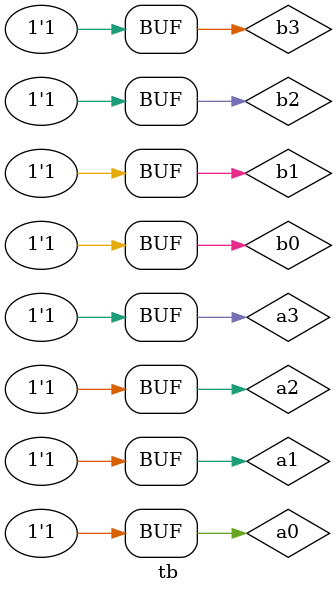
<source format=v>
`timescale 1ns / 1ps


module tb();

 reg b0, b1, b2, b3, a0, a1, a2, a3;
 wire [7:0] out;
 

 
 top test( b0, b1, b2, b3, a0, a1, a2, a3, out);
 

initial begin

    #1 b0 = 1'b0; b1 = 1'b0; b2 = 1'b0; b3 = 1'b0; a0 = 1'b0; a1 = 1'b0; a2 = 1'b0; a3 = 1'b0;
    #1 b0 = 1'b1; b1 = 1'b0; b2 = 1'b0; b3 = 1'b0; a0 = 1'b1; a1 = 1'b0; a2 = 1'b0; a3 = 1'b0;
    #1 b0 = 1'b1; b1 = 1'b0; b2 = 1'b0; b3 = 1'b0; a0 = 1'b1; a1 = 1'b1; a2 = 1'b0; a3 = 1'b0;
    #1 b0 = 1'b0; b1 = 1'b1; b2 = 1'b0; b3 = 1'b0; a0 = 1'b1; a1 = 1'b0; a2 = 1'b1; a3 = 1'b0;
    #1 b0 = 1'b1; b1 = 1'b1; b2 = 1'b0; b3 = 1'b0; a0 = 1'b0; a1 = 1'b1; a2 = 1'b1; a3 = 1'b0;
    #1 b0 = 1'b1; b1 = 1'b0; b2 = 1'b1; b3 = 1'b0; a0 = 1'b0; a1 = 1'b0; a2 = 1'b1; a3 = 1'b1;
    #1 b0 = 1'b0; b1 = 1'b1; b2 = 1'b1; b3 = 1'b0; a0 = 1'b1; a1 = 1'b0; a2 = 1'b0; a3 = 1'b1;
    #1 b0 = 1'b1; b1 = 1'b1; b2 = 1'b1; b3 = 1'b0; a0 = 1'b1; a1 = 1'b1; a2 = 1'b0; a3 = 1'b1;
    #1 b0 = 1'b1; b1 = 1'b1; b2 = 1'b1; b3 = 1'b1; a0 = 1'b1; a1 = 1'b1; a2 = 1'b1; a3 = 1'b1;

end


endmodule

</source>
